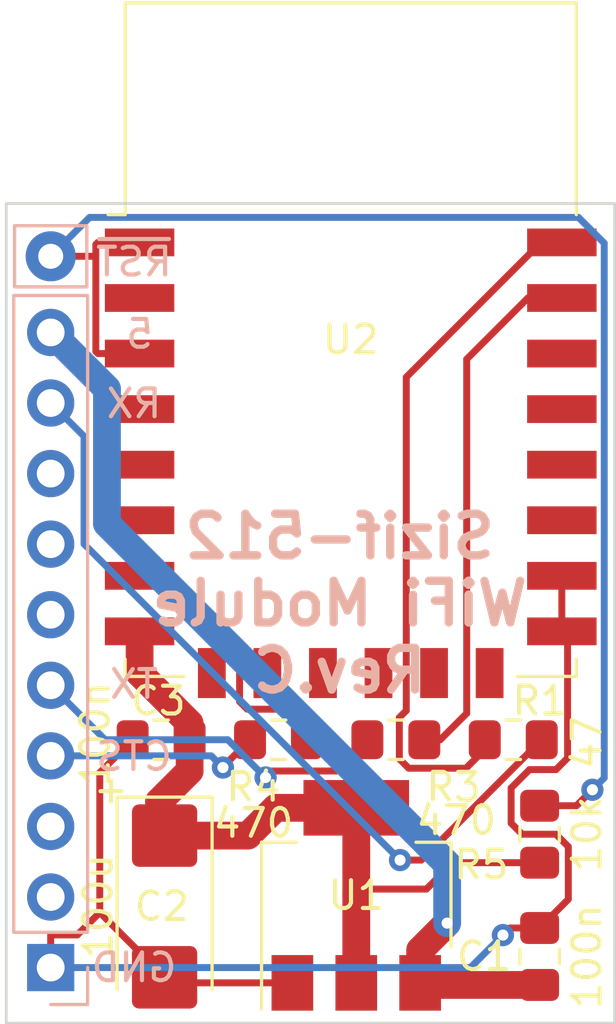
<source format=kicad_pcb>
(kicad_pcb (version 20171130) (host pcbnew "(5.1.12)-1")

  (general
    (thickness 1.6)
    (drawings 7)
    (tracks 116)
    (zones 0)
    (modules 11)
    (nets 11)
  )

  (page A4)
  (title_block
    (title "WiFi module for SIZIF-512")
    (date 2020-11-26)
    (rev C)
  )

  (layers
    (0 F.Cu signal)
    (31 B.Cu signal)
    (32 B.Adhes user hide)
    (33 F.Adhes user hide)
    (34 B.Paste user hide)
    (35 F.Paste user hide)
    (36 B.SilkS user hide)
    (37 F.SilkS user hide)
    (38 B.Mask user hide)
    (39 F.Mask user hide)
    (40 Dwgs.User user hide)
    (41 Cmts.User user hide)
    (42 Eco1.User user hide)
    (43 Eco2.User user hide)
    (44 Edge.Cuts user)
    (45 Margin user hide)
    (46 B.CrtYd user hide)
    (47 F.CrtYd user hide)
    (48 B.Fab user hide)
    (49 F.Fab user hide)
  )

  (setup
    (last_trace_width 0.25)
    (user_trace_width 0.25)
    (user_trace_width 1)
    (trace_clearance 0.2)
    (zone_clearance 0.508)
    (zone_45_only no)
    (trace_min 0.2)
    (via_size 0.8)
    (via_drill 0.4)
    (via_min_size 0.4)
    (via_min_drill 0.3)
    (uvia_size 0.3)
    (uvia_drill 0.1)
    (uvias_allowed no)
    (uvia_min_size 0.2)
    (uvia_min_drill 0.1)
    (edge_width 0.05)
    (segment_width 0.2)
    (pcb_text_width 0.3)
    (pcb_text_size 1.5 1.5)
    (mod_edge_width 0.12)
    (mod_text_size 1 1)
    (mod_text_width 0.15)
    (pad_size 1.524 1.524)
    (pad_drill 0.762)
    (pad_to_mask_clearance 0.051)
    (solder_mask_min_width 0.25)
    (aux_axis_origin 0 0)
    (visible_elements 7FFFFFFF)
    (pcbplotparams
      (layerselection 0x010f0_ffffffff)
      (usegerberextensions false)
      (usegerberattributes false)
      (usegerberadvancedattributes false)
      (creategerberjobfile false)
      (excludeedgelayer true)
      (linewidth 0.100000)
      (plotframeref false)
      (viasonmask false)
      (mode 1)
      (useauxorigin false)
      (hpglpennumber 1)
      (hpglpenspeed 20)
      (hpglpendiameter 15.000000)
      (psnegative false)
      (psa4output false)
      (plotreference true)
      (plotvalue true)
      (plotinvisibletext false)
      (padsonsilk true)
      (subtractmaskfromsilk false)
      (outputformat 1)
      (mirror false)
      (drillshape 0)
      (scaleselection 1)
      (outputdirectory "out/gerber/"))
  )

  (net 0 "")
  (net 1 GND)
  (net 2 +5V)
  (net 3 +3V3)
  (net 4 RX)
  (net 5 TX)
  (net 6 CTS)
  (net 7 "Net-(R1-Pad1)")
  (net 8 "Net-(R3-Pad1)")
  (net 9 "Net-(R4-Pad1)")
  (net 10 "Net-(R5-Pad1)")

  (net_class Default "This is the default net class."
    (clearance 0.2)
    (trace_width 0.25)
    (via_dia 0.8)
    (via_drill 0.4)
    (uvia_dia 0.3)
    (uvia_drill 0.1)
    (add_net +3V3)
    (add_net +5V)
    (add_net CTS)
    (add_net GND)
    (add_net "Net-(R1-Pad1)")
    (add_net "Net-(R3-Pad1)")
    (add_net "Net-(R4-Pad1)")
    (add_net "Net-(R5-Pad1)")
    (add_net RX)
    (add_net TX)
  )

  (module Connector_Pin:Pin_D0.9mm_L10.0mm_W2.4mm_FlatFork (layer B.Cu) (tedit 5A1DC084) (tstamp 5F76C144)
    (at 138.8 83.6)
    (descr "solder Pin_ with flat fork, hole diameter 0.9mm, length 10.0mm, width 2.4mm")
    (tags "solder Pin_ with flat fork")
    (path /5EA48AE7)
    (fp_text reference TP1 (at 0 -1.95) (layer B.SilkS) hide
      (effects (font (size 1 1) (thickness 0.15)) (justify mirror))
    )
    (fp_text value TestPoint (at 0 2.05) (layer B.Fab) hide
      (effects (font (size 1 1) (thickness 0.15)) (justify mirror))
    )
    (fp_line (start 1.7 -1.4) (end -1.7 -1.4) (layer B.CrtYd) (width 0.05))
    (fp_line (start 1.7 -1.4) (end 1.7 1.4) (layer B.CrtYd) (width 0.05))
    (fp_line (start -1.7 1.4) (end -1.7 -1.4) (layer B.CrtYd) (width 0.05))
    (fp_line (start -1.7 1.4) (end 1.7 1.4) (layer B.CrtYd) (width 0.05))
    (fp_line (start 1.2 0.25) (end -1.2 0.25) (layer B.Fab) (width 0.12))
    (fp_line (start 1.2 -0.25) (end 1.2 0.25) (layer B.Fab) (width 0.12))
    (fp_line (start -1.2 -0.25) (end 1.2 -0.25) (layer B.Fab) (width 0.12))
    (fp_line (start -1.2 0.25) (end -1.2 -0.25) (layer B.Fab) (width 0.12))
    (fp_line (start 1.3 1.1) (end -1.3 1.1) (layer B.SilkS) (width 0.12))
    (fp_line (start 1.3 -1.1) (end 1.3 1.1) (layer B.SilkS) (width 0.12))
    (fp_line (start -1.3 -1.1) (end 1.3 -1.1) (layer B.SilkS) (width 0.12))
    (fp_line (start -1.3 -0.6) (end -1.3 -1.1) (layer B.SilkS) (width 0.12))
    (fp_line (start -1.3 1.1) (end -1.3 -0.6) (layer B.SilkS) (width 0.12))
    (fp_text user %R (at 0 -1.95) (layer B.Fab) hide
      (effects (font (size 1 1) (thickness 0.15)) (justify mirror))
    )
    (fp_text user ~RST (at 3 0.2) (layer B.SilkS)
      (effects (font (size 1 1) (thickness 0.15)) (justify mirror))
    )
    (pad 1 thru_hole circle (at 0 0) (size 1.8 1.8) (drill 0.9) (layers *.Cu *.Mask)
      (net 10 "Net-(R5-Pad1)"))
  )

  (module Connector_PinSocket_2.54mm:PinSocket_1x10_P2.54mm_Vertical (layer B.Cu) (tedit 5A19A425) (tstamp 5F76AB1E)
    (at 138.8 109.2)
    (descr "Through hole straight socket strip, 1x10, 2.54mm pitch, single row (from Kicad 4.0.7), script generated")
    (tags "Through hole socket strip THT 1x10 2.54mm single row")
    (path /5EA42390)
    (fp_text reference J1 (at 2.6 -12 180) (layer B.SilkS) hide
      (effects (font (size 1 1) (thickness 0.15)) (justify mirror))
    )
    (fp_text value Conn_01x10 (at 6.2 -12.6 180) (layer B.Fab)
      (effects (font (size 1 1) (thickness 0.15)) (justify mirror))
    )
    (fp_line (start -1.8 -24.6) (end -1.8 1.8) (layer B.CrtYd) (width 0.05))
    (fp_line (start 1.75 -24.6) (end -1.8 -24.6) (layer B.CrtYd) (width 0.05))
    (fp_line (start 1.75 1.8) (end 1.75 -24.6) (layer B.CrtYd) (width 0.05))
    (fp_line (start -1.8 1.8) (end 1.75 1.8) (layer B.CrtYd) (width 0.05))
    (fp_line (start 0 1.33) (end 1.33 1.33) (layer B.SilkS) (width 0.12))
    (fp_line (start 1.33 1.33) (end 1.33 0) (layer B.SilkS) (width 0.12))
    (fp_line (start 1.33 -1.27) (end 1.33 -24.19) (layer B.SilkS) (width 0.12))
    (fp_line (start -1.33 -24.19) (end 1.33 -24.19) (layer B.SilkS) (width 0.12))
    (fp_line (start -1.33 -1.27) (end -1.33 -24.19) (layer B.SilkS) (width 0.12))
    (fp_line (start -1.33 -1.27) (end 1.33 -1.27) (layer B.SilkS) (width 0.12))
    (fp_line (start -1.27 -24.13) (end -1.27 1.27) (layer B.Fab) (width 0.1))
    (fp_line (start 1.27 -24.13) (end -1.27 -24.13) (layer B.Fab) (width 0.1))
    (fp_line (start 1.27 0.635) (end 1.27 -24.13) (layer B.Fab) (width 0.1))
    (fp_line (start 0.635 1.27) (end 1.27 0.635) (layer B.Fab) (width 0.1))
    (fp_line (start -1.27 1.27) (end 0.635 1.27) (layer B.Fab) (width 0.1))
    (fp_text user GND (at 3 0) (layer B.SilkS)
      (effects (font (size 1 1) (thickness 0.15)) (justify mirror))
    )
    (fp_text user CTS (at 3 -7.6) (layer B.SilkS)
      (effects (font (size 1 1) (thickness 0.15)) (justify mirror))
    )
    (fp_text user TX (at 3 -10.2) (layer B.SilkS)
      (effects (font (size 1 1) (thickness 0.15)) (justify mirror))
    )
    (fp_text user RX (at 3 -20.3) (layer B.SilkS)
      (effects (font (size 1 1) (thickness 0.15)) (justify mirror))
    )
    (fp_text user 5 (at 3.2 -22.8) (layer B.SilkS)
      (effects (font (size 1 1) (thickness 0.15)) (justify mirror))
    )
    (fp_text user %R (at 0 -11.43) (layer B.SilkS) hide
      (effects (font (size 1 1) (thickness 0.15)) (justify mirror))
    )
    (pad 10 thru_hole oval (at 0 -22.86) (size 1.7 1.7) (drill 1) (layers *.Cu *.Mask)
      (net 2 +5V))
    (pad 9 thru_hole oval (at 0 -20.32) (size 1.7 1.7) (drill 1) (layers *.Cu *.Mask)
      (net 4 RX))
    (pad 8 thru_hole oval (at 0 -17.78) (size 1.7 1.7) (drill 1) (layers *.Cu *.Mask))
    (pad 7 thru_hole oval (at 0 -15.24) (size 1.7 1.7) (drill 1) (layers *.Cu *.Mask))
    (pad 6 thru_hole oval (at 0 -12.7) (size 1.7 1.7) (drill 1) (layers *.Cu *.Mask))
    (pad 5 thru_hole oval (at 0 -10.16) (size 1.7 1.7) (drill 1) (layers *.Cu *.Mask)
      (net 5 TX))
    (pad 4 thru_hole oval (at 0 -7.62) (size 1.7 1.7) (drill 1) (layers *.Cu *.Mask)
      (net 6 CTS))
    (pad 3 thru_hole oval (at 0 -5.08) (size 1.7 1.7) (drill 1) (layers *.Cu *.Mask))
    (pad 2 thru_hole oval (at 0 -2.54) (size 1.7 1.7) (drill 1) (layers *.Cu *.Mask))
    (pad 1 thru_hole rect (at 0 0) (size 1.7 1.7) (drill 1) (layers *.Cu *.Mask)
      (net 1 GND))
    (model ${KISYS3DMOD}/Connector_PinSocket_2.54mm.3dshapes/PinSocket_1x10_P2.54mm_Vertical.wrl
      (at (xyz 0 0 0))
      (scale (xyz 1 1 1))
      (rotate (xyz 0 0 0))
    )
  )

  (module Capacitor_Tantalum_SMD:CP_EIA-6032-15_Kemet-U_Pad2.25x2.35mm_HandSolder (layer F.Cu) (tedit 5B301BBE) (tstamp 5F76DE30)
    (at 142.9 107 270)
    (descr "Tantalum Capacitor SMD Kemet-U (6032-15 Metric), IPC_7351 nominal, (Body size from: http://www.kemet.com/Lists/ProductCatalog/Attachments/253/KEM_TC101_STD.pdf), generated with kicad-footprint-generator")
    (tags "capacitor tantalum")
    (path /5EA5028B)
    (attr smd)
    (fp_text reference C2 (at 0 0.1 180) (layer F.SilkS)
      (effects (font (size 1 1) (thickness 0.15)))
    )
    (fp_text value 100u (at 0 3.7 180) (layer F.Fab)
      (effects (font (size 1 1) (thickness 0.15)))
    )
    (fp_line (start 3 -1.6) (end -2.2 -1.6) (layer F.Fab) (width 0.1))
    (fp_line (start -2.2 -1.6) (end -3 -0.8) (layer F.Fab) (width 0.1))
    (fp_line (start -3 -0.8) (end -3 1.6) (layer F.Fab) (width 0.1))
    (fp_line (start -3 1.6) (end 3 1.6) (layer F.Fab) (width 0.1))
    (fp_line (start 3 1.6) (end 3 -1.6) (layer F.Fab) (width 0.1))
    (fp_line (start 3 -1.71) (end -3.935 -1.71) (layer F.SilkS) (width 0.12))
    (fp_line (start -3.935 -1.71) (end -3.935 1.71) (layer F.SilkS) (width 0.12))
    (fp_line (start -3.935 1.71) (end 3 1.71) (layer F.SilkS) (width 0.12))
    (fp_line (start -3.92 1.85) (end -3.92 -1.85) (layer F.CrtYd) (width 0.05))
    (fp_line (start -3.92 -1.85) (end 3.92 -1.85) (layer F.CrtYd) (width 0.05))
    (fp_line (start 3.92 -1.85) (end 3.92 1.85) (layer F.CrtYd) (width 0.05))
    (fp_line (start 3.92 1.85) (end -3.92 1.85) (layer F.CrtYd) (width 0.05))
    (fp_text user %R (at 0 0 180) (layer F.Fab)
      (effects (font (size 1 1) (thickness 0.15)))
    )
    (fp_text user + (at -4.15 2 270) (layer F.SilkS)
      (effects (font (size 1 1) (thickness 0.15)))
    )
    (fp_text user %V (at 0 2.4 270) (layer F.SilkS)
      (effects (font (size 1 1) (thickness 0.15)))
    )
    (pad 1 smd roundrect (at -2.55 0 270) (size 2.25 2.35) (layers F.Cu F.Paste F.Mask) (roundrect_rratio 0.111111)
      (net 3 +3V3))
    (pad 2 smd roundrect (at 2.55 0 270) (size 2.25 2.35) (layers F.Cu F.Paste F.Mask) (roundrect_rratio 0.111111)
      (net 1 GND))
    (model ${KISYS3DMOD}/Capacitor_Tantalum_SMD.3dshapes/CP_EIA-6032-15_Kemet-U.wrl
      (at (xyz 0 0 0))
      (scale (xyz 1 1 1))
      (rotate (xyz 0 0 0))
    )
  )

  (module RF_Module:ESP-12E (layer F.Cu) (tedit 5A030172) (tstamp 5F762BBF)
    (at 149.6 86.6)
    (descr "Wi-Fi Module, http://wiki.ai-thinker.com/_media/esp8266/docs/aithinker_esp_12f_datasheet_en.pdf")
    (tags "Wi-Fi Module")
    (path /5EA6B089)
    (attr smd)
    (fp_text reference U2 (at 0 0) (layer F.SilkS)
      (effects (font (size 1 1) (thickness 0.15)))
    )
    (fp_text value ESP-12E (at 0 1.5) (layer F.Fab)
      (effects (font (size 1 1) (thickness 0.15)))
    )
    (fp_line (start -8 -12) (end 8 -12) (layer F.Fab) (width 0.12))
    (fp_line (start 8 -12) (end 8 12) (layer F.Fab) (width 0.12))
    (fp_line (start 8 12) (end -8 12) (layer F.Fab) (width 0.12))
    (fp_line (start -8 12) (end -8 -3) (layer F.Fab) (width 0.12))
    (fp_line (start -8 -3) (end -7.5 -3.5) (layer F.Fab) (width 0.12))
    (fp_line (start -7.5 -3.5) (end -8 -4) (layer F.Fab) (width 0.12))
    (fp_line (start -8 -4) (end -8 -12) (layer F.Fab) (width 0.12))
    (fp_line (start -9.05 -12.2) (end 9.05 -12.2) (layer F.CrtYd) (width 0.05))
    (fp_line (start 9.05 -12.2) (end 9.05 13.1) (layer F.CrtYd) (width 0.05))
    (fp_line (start 9.05 13.1) (end -9.05 13.1) (layer F.CrtYd) (width 0.05))
    (fp_line (start -9.05 13.1) (end -9.05 -12.2) (layer F.CrtYd) (width 0.05))
    (fp_line (start -8.12 -12.12) (end 8.12 -12.12) (layer F.SilkS) (width 0.12))
    (fp_line (start 8.12 -12.12) (end 8.12 -4.5) (layer F.SilkS) (width 0.12))
    (fp_line (start 8.12 11.5) (end 8.12 12.12) (layer F.SilkS) (width 0.12))
    (fp_line (start 8.12 12.12) (end 6 12.12) (layer F.SilkS) (width 0.12))
    (fp_line (start -6 12.12) (end -8.12 12.12) (layer F.SilkS) (width 0.12))
    (fp_line (start -8.12 12.12) (end -8.12 11.5) (layer F.SilkS) (width 0.12))
    (fp_line (start -8.12 -4.5) (end -8.12 -12.12) (layer F.SilkS) (width 0.12))
    (fp_line (start -8.12 -4.5) (end -8.73 -4.5) (layer F.SilkS) (width 0.12))
    (fp_line (start -8.12 -12.12) (end 8.12 -12.12) (layer Dwgs.User) (width 0.12))
    (fp_line (start 8.12 -12.12) (end 8.12 -4.8) (layer Dwgs.User) (width 0.12))
    (fp_line (start 8.12 -4.8) (end -8.12 -4.8) (layer Dwgs.User) (width 0.12))
    (fp_line (start -8.12 -4.8) (end -8.12 -12.12) (layer Dwgs.User) (width 0.12))
    (fp_line (start -8.12 -9.12) (end -5.12 -12.12) (layer Dwgs.User) (width 0.12))
    (fp_line (start -8.12 -6.12) (end -2.12 -12.12) (layer Dwgs.User) (width 0.12))
    (fp_line (start -6.44 -4.8) (end 0.88 -12.12) (layer Dwgs.User) (width 0.12))
    (fp_line (start -3.44 -4.8) (end 3.88 -12.12) (layer Dwgs.User) (width 0.12))
    (fp_line (start -0.44 -4.8) (end 6.88 -12.12) (layer Dwgs.User) (width 0.12))
    (fp_line (start 2.56 -4.8) (end 8.12 -10.36) (layer Dwgs.User) (width 0.12))
    (fp_line (start 5.56 -4.8) (end 8.12 -7.36) (layer Dwgs.User) (width 0.12))
    (fp_text user Antenna (at -0.06 -7 180) (layer Cmts.User)
      (effects (font (size 1 1) (thickness 0.15)))
    )
    (fp_text user "KEEP-OUT ZONE" (at 0.03 -9.55 180) (layer Cmts.User)
      (effects (font (size 1 1) (thickness 0.15)))
    )
    (fp_text user %R (at 0 -0.7) (layer F.Fab)
      (effects (font (size 1 1) (thickness 0.15)))
    )
    (pad 1 smd rect (at -7.6 -3.5) (size 2.5 1) (layers F.Cu F.Paste F.Mask)
      (net 10 "Net-(R5-Pad1)"))
    (pad 2 smd rect (at -7.6 -1.5) (size 2.5 1) (layers F.Cu F.Paste F.Mask))
    (pad 3 smd rect (at -7.6 0.5) (size 2.5 1) (layers F.Cu F.Paste F.Mask)
      (net 10 "Net-(R5-Pad1)"))
    (pad 4 smd rect (at -7.6 2.5) (size 2.5 1) (layers F.Cu F.Paste F.Mask))
    (pad 5 smd rect (at -7.6 4.5) (size 2.5 1) (layers F.Cu F.Paste F.Mask))
    (pad 6 smd rect (at -7.6 6.5) (size 2.5 1) (layers F.Cu F.Paste F.Mask))
    (pad 7 smd rect (at -7.6 8.5) (size 2.5 1) (layers F.Cu F.Paste F.Mask)
      (net 9 "Net-(R4-Pad1)"))
    (pad 8 smd rect (at -7.6 10.5) (size 2.5 1) (layers F.Cu F.Paste F.Mask)
      (net 3 +3V3))
    (pad 9 smd rect (at -5 12) (size 1 1.8) (layers F.Cu F.Paste F.Mask))
    (pad 10 smd rect (at -3 12) (size 1 1.8) (layers F.Cu F.Paste F.Mask))
    (pad 11 smd rect (at -1 12) (size 1 1.8) (layers F.Cu F.Paste F.Mask))
    (pad 12 smd rect (at 1 12) (size 1 1.8) (layers F.Cu F.Paste F.Mask))
    (pad 13 smd rect (at 3 12) (size 1 1.8) (layers F.Cu F.Paste F.Mask))
    (pad 14 smd rect (at 5 12) (size 1 1.8) (layers F.Cu F.Paste F.Mask))
    (pad 15 smd rect (at 7.6 10.5) (size 2.5 1) (layers F.Cu F.Paste F.Mask)
      (net 1 GND))
    (pad 16 smd rect (at 7.6 8.5) (size 2.5 1) (layers F.Cu F.Paste F.Mask)
      (net 1 GND))
    (pad 17 smd rect (at 7.6 6.5) (size 2.5 1) (layers F.Cu F.Paste F.Mask))
    (pad 18 smd rect (at 7.6 4.5) (size 2.5 1) (layers F.Cu F.Paste F.Mask))
    (pad 19 smd rect (at 7.6 2.5) (size 2.5 1) (layers F.Cu F.Paste F.Mask))
    (pad 20 smd rect (at 7.6 0.5) (size 2.5 1) (layers F.Cu F.Paste F.Mask))
    (pad 21 smd rect (at 7.6 -1.5) (size 2.5 1) (layers F.Cu F.Paste F.Mask)
      (net 8 "Net-(R3-Pad1)"))
    (pad 22 smd rect (at 7.6 -3.5) (size 2.5 1) (layers F.Cu F.Paste F.Mask)
      (net 7 "Net-(R1-Pad1)"))
    (model ${KISYS3DMOD}/RF_Module.3dshapes/ESP-12E.wrl
      (at (xyz 0 0 0))
      (scale (xyz 1 1 1))
      (rotate (xyz 0 0 0))
    )
    (model ${MYLIBPATH}/kicad-ESP8266/ESP8266.3dshapes/ESP-12-E-better.wrl
      (offset (xyz -7 3.5 0))
      (scale (xyz 1 1 1))
      (rotate (xyz 0 0 0))
    )
  )

  (module Capacitor_SMD:C_0805_2012Metric_Pad1.15x1.40mm_HandSolder (layer F.Cu) (tedit 5B36C52B) (tstamp 5FBF8BCC)
    (at 151.225 101 180)
    (descr "Capacitor SMD 0805 (2012 Metric), square (rectangular) end terminal, IPC_7351 nominal with elongated pad for handsoldering. (Body size source: https://docs.google.com/spreadsheets/d/1BsfQQcO9C6DZCsRaXUlFlo91Tg2WpOkGARC1WS5S8t0/edit?usp=sharing), generated with kicad-footprint-generator")
    (tags "capacitor handsolder")
    (path /5EA5B3D0)
    (attr smd)
    (fp_text reference R3 (at -2.075 -1.7) (layer F.SilkS)
      (effects (font (size 1 1) (thickness 0.15)))
    )
    (fp_text value 470 (at 0.025 -1.4) (layer F.Fab)
      (effects (font (size 1 1) (thickness 0.15)))
    )
    (fp_line (start -1 0.6) (end -1 -0.6) (layer F.Fab) (width 0.1))
    (fp_line (start -1 -0.6) (end 1 -0.6) (layer F.Fab) (width 0.1))
    (fp_line (start 1 -0.6) (end 1 0.6) (layer F.Fab) (width 0.1))
    (fp_line (start 1 0.6) (end -1 0.6) (layer F.Fab) (width 0.1))
    (fp_line (start -0.261252 -0.71) (end 0.261252 -0.71) (layer F.SilkS) (width 0.12))
    (fp_line (start -0.261252 0.71) (end 0.261252 0.71) (layer F.SilkS) (width 0.12))
    (fp_line (start -1.85 0.95) (end -1.85 -0.95) (layer F.CrtYd) (width 0.05))
    (fp_line (start -1.85 -0.95) (end 1.85 -0.95) (layer F.CrtYd) (width 0.05))
    (fp_line (start 1.85 -0.95) (end 1.85 0.95) (layer F.CrtYd) (width 0.05))
    (fp_line (start 1.85 0.95) (end -1.85 0.95) (layer F.CrtYd) (width 0.05))
    (fp_text user %R (at 0 0) (layer F.Fab)
      (effects (font (size 0.5 0.5) (thickness 0.08)))
    )
    (fp_text user %V (at -2.175 -2.9 180) (layer F.SilkS)
      (effects (font (size 1 1) (thickness 0.15)))
    )
    (pad 1 smd roundrect (at -1.025 0 180) (size 1.15 1.4) (layers F.Cu F.Paste F.Mask) (roundrect_rratio 0.217391)
      (net 8 "Net-(R3-Pad1)"))
    (pad 2 smd roundrect (at 1.025 0 180) (size 1.15 1.4) (layers F.Cu F.Paste F.Mask) (roundrect_rratio 0.217391)
      (net 5 TX))
    (model ${KISYS3DMOD}/Capacitor_SMD.3dshapes/C_0805_2012Metric.wrl
      (at (xyz 0 0 0))
      (scale (xyz 1 1 1))
      (rotate (xyz 0 0 0))
    )
  )

  (module Package_TO_SOT_SMD:SOT-223-3_TabPin2 (layer F.Cu) (tedit 5A02FF57) (tstamp 5FBFA151)
    (at 149.8 106.6 90)
    (descr "module CMS SOT223 4 pins")
    (tags "CMS SOT")
    (path /5EA457DB)
    (attr smd)
    (fp_text reference U1 (at 0 0 180) (layer F.SilkS)
      (effects (font (size 1 1) (thickness 0.15)))
    )
    (fp_text value AMS1117-3.3 (at -5.4 0 180) (layer F.Fab)
      (effects (font (size 1 1) (thickness 0.15)))
    )
    (fp_line (start 1.91 3.41) (end 1.91 2.15) (layer F.SilkS) (width 0.12))
    (fp_line (start 1.91 -3.41) (end 1.91 -2.15) (layer F.SilkS) (width 0.12))
    (fp_line (start 4.4 -3.6) (end -4.4 -3.6) (layer F.CrtYd) (width 0.05))
    (fp_line (start 4.4 3.6) (end 4.4 -3.6) (layer F.CrtYd) (width 0.05))
    (fp_line (start -4.4 3.6) (end 4.4 3.6) (layer F.CrtYd) (width 0.05))
    (fp_line (start -4.4 -3.6) (end -4.4 3.6) (layer F.CrtYd) (width 0.05))
    (fp_line (start -1.85 -2.35) (end -0.85 -3.35) (layer F.Fab) (width 0.1))
    (fp_line (start -1.85 -2.35) (end -1.85 3.35) (layer F.Fab) (width 0.1))
    (fp_line (start -1.85 3.41) (end 1.91 3.41) (layer F.SilkS) (width 0.12))
    (fp_line (start -0.85 -3.35) (end 1.85 -3.35) (layer F.Fab) (width 0.1))
    (fp_line (start -4.1 -3.41) (end 1.91 -3.41) (layer F.SilkS) (width 0.12))
    (fp_line (start -1.85 3.35) (end 1.85 3.35) (layer F.Fab) (width 0.1))
    (fp_line (start 1.85 -3.35) (end 1.85 3.35) (layer F.Fab) (width 0.1))
    (fp_text user %R (at 0 0) (layer F.Fab)
      (effects (font (size 0.8 0.8) (thickness 0.12)))
    )
    (pad 2 smd rect (at 3.15 0 90) (size 2 3.8) (layers F.Cu F.Paste F.Mask)
      (net 3 +3V3))
    (pad 2 smd rect (at -3.15 0 90) (size 2 1.5) (layers F.Cu F.Paste F.Mask)
      (net 3 +3V3))
    (pad 3 smd rect (at -3.15 2.3 90) (size 2 1.5) (layers F.Cu F.Paste F.Mask)
      (net 2 +5V))
    (pad 1 smd rect (at -3.15 -2.3 90) (size 2 1.5) (layers F.Cu F.Paste F.Mask)
      (net 1 GND))
    (model ${KISYS3DMOD}/Package_TO_SOT_SMD.3dshapes/SOT-223.wrl
      (at (xyz 0 0 0))
      (scale (xyz 1 1 1))
      (rotate (xyz 0 0 0))
    )
  )

  (module Capacitor_SMD:C_0805_2012Metric_Pad1.15x1.40mm_HandSolder (layer F.Cu) (tedit 5B36C52B) (tstamp 5FBFA49C)
    (at 156.4 104.4 270)
    (descr "Capacitor SMD 0805 (2012 Metric), square (rectangular) end terminal, IPC_7351 nominal with elongated pad for handsoldering. (Body size source: https://docs.google.com/spreadsheets/d/1BsfQQcO9C6DZCsRaXUlFlo91Tg2WpOkGARC1WS5S8t0/edit?usp=sharing), generated with kicad-footprint-generator")
    (tags "capacitor handsolder")
    (path /5EA7D23F)
    (attr smd)
    (fp_text reference R5 (at 1.1 2.1 180) (layer F.SilkS)
      (effects (font (size 1 1) (thickness 0.15)))
    )
    (fp_text value 10k (at 0 -2.4 180) (layer F.Fab)
      (effects (font (size 1 1) (thickness 0.15)))
    )
    (fp_line (start 1.85 0.95) (end -1.85 0.95) (layer F.CrtYd) (width 0.05))
    (fp_line (start 1.85 -0.95) (end 1.85 0.95) (layer F.CrtYd) (width 0.05))
    (fp_line (start -1.85 -0.95) (end 1.85 -0.95) (layer F.CrtYd) (width 0.05))
    (fp_line (start -1.85 0.95) (end -1.85 -0.95) (layer F.CrtYd) (width 0.05))
    (fp_line (start -0.261252 0.71) (end 0.261252 0.71) (layer F.SilkS) (width 0.12))
    (fp_line (start -0.261252 -0.71) (end 0.261252 -0.71) (layer F.SilkS) (width 0.12))
    (fp_line (start 1 0.6) (end -1 0.6) (layer F.Fab) (width 0.1))
    (fp_line (start 1 -0.6) (end 1 0.6) (layer F.Fab) (width 0.1))
    (fp_line (start -1 -0.6) (end 1 -0.6) (layer F.Fab) (width 0.1))
    (fp_line (start -1 0.6) (end -1 -0.6) (layer F.Fab) (width 0.1))
    (fp_text user %R (at 0 0 180) (layer F.Fab)
      (effects (font (size 0.5 0.5) (thickness 0.08)))
    )
    (fp_text user %V (at 0 -1.7 90) (layer F.SilkS)
      (effects (font (size 1 1) (thickness 0.15)))
    )
    (pad 2 smd roundrect (at 1.025 0 270) (size 1.15 1.4) (layers F.Cu F.Paste F.Mask) (roundrect_rratio 0.217391)
      (net 3 +3V3))
    (pad 1 smd roundrect (at -1.025 0 270) (size 1.15 1.4) (layers F.Cu F.Paste F.Mask) (roundrect_rratio 0.217391)
      (net 10 "Net-(R5-Pad1)"))
    (model ${KISYS3DMOD}/Capacitor_SMD.3dshapes/C_0805_2012Metric.wrl
      (at (xyz 0 0 0))
      (scale (xyz 1 1 1))
      (rotate (xyz 0 0 0))
    )
  )

  (module Capacitor_SMD:C_0805_2012Metric_Pad1.15x1.40mm_HandSolder (layer F.Cu) (tedit 5B36C52B) (tstamp 5F7625C1)
    (at 147 101 180)
    (descr "Capacitor SMD 0805 (2012 Metric), square (rectangular) end terminal, IPC_7351 nominal with elongated pad for handsoldering. (Body size source: https://docs.google.com/spreadsheets/d/1BsfQQcO9C6DZCsRaXUlFlo91Tg2WpOkGARC1WS5S8t0/edit?usp=sharing), generated with kicad-footprint-generator")
    (tags "capacitor handsolder")
    (path /5EA5A557)
    (attr smd)
    (fp_text reference R4 (at 0.9 -1.7 180) (layer F.SilkS)
      (effects (font (size 1 1) (thickness 0.15)))
    )
    (fp_text value 470 (at 0 -1.4) (layer F.Fab)
      (effects (font (size 1 1) (thickness 0.15)))
    )
    (fp_line (start -1 0.6) (end -1 -0.6) (layer F.Fab) (width 0.1))
    (fp_line (start -1 -0.6) (end 1 -0.6) (layer F.Fab) (width 0.1))
    (fp_line (start 1 -0.6) (end 1 0.6) (layer F.Fab) (width 0.1))
    (fp_line (start 1 0.6) (end -1 0.6) (layer F.Fab) (width 0.1))
    (fp_line (start -0.261252 -0.71) (end 0.261252 -0.71) (layer F.SilkS) (width 0.12))
    (fp_line (start -0.261252 0.71) (end 0.261252 0.71) (layer F.SilkS) (width 0.12))
    (fp_line (start -1.85 0.95) (end -1.85 -0.95) (layer F.CrtYd) (width 0.05))
    (fp_line (start -1.85 -0.95) (end 1.85 -0.95) (layer F.CrtYd) (width 0.05))
    (fp_line (start 1.85 -0.95) (end 1.85 0.95) (layer F.CrtYd) (width 0.05))
    (fp_line (start 1.85 0.95) (end -1.85 0.95) (layer F.CrtYd) (width 0.05))
    (fp_text user %R (at 0 0) (layer F.Fab)
      (effects (font (size 0.5 0.5) (thickness 0.08)))
    )
    (fp_text user %V (at 0.9 -3 180) (layer F.SilkS)
      (effects (font (size 1 1) (thickness 0.15)))
    )
    (pad 1 smd roundrect (at -1.025 0 180) (size 1.15 1.4) (layers F.Cu F.Paste F.Mask) (roundrect_rratio 0.217391)
      (net 9 "Net-(R4-Pad1)"))
    (pad 2 smd roundrect (at 1.025 0 180) (size 1.15 1.4) (layers F.Cu F.Paste F.Mask) (roundrect_rratio 0.217391)
      (net 6 CTS))
    (model ${KISYS3DMOD}/Capacitor_SMD.3dshapes/C_0805_2012Metric.wrl
      (at (xyz 0 0 0))
      (scale (xyz 1 1 1))
      (rotate (xyz 0 0 0))
    )
  )

  (module Capacitor_SMD:C_0805_2012Metric_Pad1.15x1.40mm_HandSolder (layer F.Cu) (tedit 5B36C52B) (tstamp 5F76DFD8)
    (at 155.45 101)
    (descr "Capacitor SMD 0805 (2012 Metric), square (rectangular) end terminal, IPC_7351 nominal with elongated pad for handsoldering. (Body size source: https://docs.google.com/spreadsheets/d/1BsfQQcO9C6DZCsRaXUlFlo91Tg2WpOkGARC1WS5S8t0/edit?usp=sharing), generated with kicad-footprint-generator")
    (tags "capacitor handsolder")
    (path /5EA5B920)
    (attr smd)
    (fp_text reference R1 (at 0.95 -1.4 -180) (layer F.SilkS)
      (effects (font (size 1 1) (thickness 0.15)))
    )
    (fp_text value 47 (at -0.05 1.4 -180) (layer F.Fab)
      (effects (font (size 1 1) (thickness 0.15)))
    )
    (fp_line (start -1 0.6) (end -1 -0.6) (layer F.Fab) (width 0.1))
    (fp_line (start -1 -0.6) (end 1 -0.6) (layer F.Fab) (width 0.1))
    (fp_line (start 1 -0.6) (end 1 0.6) (layer F.Fab) (width 0.1))
    (fp_line (start 1 0.6) (end -1 0.6) (layer F.Fab) (width 0.1))
    (fp_line (start -0.261252 -0.71) (end 0.261252 -0.71) (layer F.SilkS) (width 0.12))
    (fp_line (start -0.261252 0.71) (end 0.261252 0.71) (layer F.SilkS) (width 0.12))
    (fp_line (start -1.85 0.95) (end -1.85 -0.95) (layer F.CrtYd) (width 0.05))
    (fp_line (start -1.85 -0.95) (end 1.85 -0.95) (layer F.CrtYd) (width 0.05))
    (fp_line (start 1.85 -0.95) (end 1.85 0.95) (layer F.CrtYd) (width 0.05))
    (fp_line (start 1.85 0.95) (end -1.85 0.95) (layer F.CrtYd) (width 0.05))
    (fp_text user %R (at 0 0 180) (layer F.Fab)
      (effects (font (size 0.5 0.5) (thickness 0.08)))
    )
    (fp_text user %V (at 2.65 0.1 90) (layer F.SilkS)
      (effects (font (size 1 1) (thickness 0.15)))
    )
    (pad 1 smd roundrect (at -1.025 0) (size 1.15 1.4) (layers F.Cu F.Paste F.Mask) (roundrect_rratio 0.217391)
      (net 7 "Net-(R1-Pad1)"))
    (pad 2 smd roundrect (at 1.025 0) (size 1.15 1.4) (layers F.Cu F.Paste F.Mask) (roundrect_rratio 0.217391)
      (net 4 RX))
    (model ${KISYS3DMOD}/Capacitor_SMD.3dshapes/C_0805_2012Metric.wrl
      (at (xyz 0 0 0))
      (scale (xyz 1 1 1))
      (rotate (xyz 0 0 0))
    )
  )

  (module Capacitor_SMD:C_0805_2012Metric_Pad1.15x1.40mm_HandSolder (layer F.Cu) (tedit 5B36C52B) (tstamp 5FBFA56A)
    (at 142.775 101 180)
    (descr "Capacitor SMD 0805 (2012 Metric), square (rectangular) end terminal, IPC_7351 nominal with elongated pad for handsoldering. (Body size source: https://docs.google.com/spreadsheets/d/1BsfQQcO9C6DZCsRaXUlFlo91Tg2WpOkGARC1WS5S8t0/edit?usp=sharing), generated with kicad-footprint-generator")
    (tags "capacitor handsolder")
    (path /5EA4E735)
    (attr smd)
    (fp_text reference C3 (at 0.1 1.4 180) (layer F.SilkS)
      (effects (font (size 1 1) (thickness 0.15)))
    )
    (fp_text value 100n (at -0.1 -1.4) (layer F.Fab)
      (effects (font (size 1 1) (thickness 0.15)))
    )
    (fp_line (start 1.85 0.95) (end -1.85 0.95) (layer F.CrtYd) (width 0.05))
    (fp_line (start 1.85 -0.95) (end 1.85 0.95) (layer F.CrtYd) (width 0.05))
    (fp_line (start -1.85 -0.95) (end 1.85 -0.95) (layer F.CrtYd) (width 0.05))
    (fp_line (start -1.85 0.95) (end -1.85 -0.95) (layer F.CrtYd) (width 0.05))
    (fp_line (start -0.261252 0.71) (end 0.261252 0.71) (layer F.SilkS) (width 0.12))
    (fp_line (start -0.261252 -0.71) (end 0.261252 -0.71) (layer F.SilkS) (width 0.12))
    (fp_line (start 1 0.6) (end -1 0.6) (layer F.Fab) (width 0.1))
    (fp_line (start 1 -0.6) (end 1 0.6) (layer F.Fab) (width 0.1))
    (fp_line (start -1 -0.6) (end 1 -0.6) (layer F.Fab) (width 0.1))
    (fp_line (start -1 0.6) (end -1 -0.6) (layer F.Fab) (width 0.1))
    (fp_text user %R (at 0 0) (layer F.Fab)
      (effects (font (size 0.5 0.5) (thickness 0.08)))
    )
    (fp_text user %V (at 2.375 0.2 270) (layer F.SilkS)
      (effects (font (size 1 1) (thickness 0.15)))
    )
    (pad 2 smd roundrect (at 1.025 0 180) (size 1.15 1.4) (layers F.Cu F.Paste F.Mask) (roundrect_rratio 0.217391)
      (net 1 GND))
    (pad 1 smd roundrect (at -1.025 0 180) (size 1.15 1.4) (layers F.Cu F.Paste F.Mask) (roundrect_rratio 0.217391)
      (net 3 +3V3))
    (model ${KISYS3DMOD}/Capacitor_SMD.3dshapes/C_0805_2012Metric.wrl
      (at (xyz 0 0 0))
      (scale (xyz 1 1 1))
      (rotate (xyz 0 0 0))
    )
  )

  (module Capacitor_SMD:C_0805_2012Metric_Pad1.15x1.40mm_HandSolder (layer F.Cu) (tedit 5B36C52B) (tstamp 5FBF9EA6)
    (at 156.4 108.8 90)
    (descr "Capacitor SMD 0805 (2012 Metric), square (rectangular) end terminal, IPC_7351 nominal with elongated pad for handsoldering. (Body size source: https://docs.google.com/spreadsheets/d/1BsfQQcO9C6DZCsRaXUlFlo91Tg2WpOkGARC1WS5S8t0/edit?usp=sharing), generated with kicad-footprint-generator")
    (tags "capacitor handsolder")
    (path /5EA5F424)
    (attr smd)
    (fp_text reference C1 (at 0 -2) (layer F.SilkS)
      (effects (font (size 1 1) (thickness 0.15)))
    )
    (fp_text value 100n (at 0 2.9 180) (layer F.Fab)
      (effects (font (size 1 1) (thickness 0.15)))
    )
    (fp_line (start -1 0.6) (end -1 -0.6) (layer F.Fab) (width 0.1))
    (fp_line (start -1 -0.6) (end 1 -0.6) (layer F.Fab) (width 0.1))
    (fp_line (start 1 -0.6) (end 1 0.6) (layer F.Fab) (width 0.1))
    (fp_line (start 1 0.6) (end -1 0.6) (layer F.Fab) (width 0.1))
    (fp_line (start -0.261252 -0.71) (end 0.261252 -0.71) (layer F.SilkS) (width 0.12))
    (fp_line (start -0.261252 0.71) (end 0.261252 0.71) (layer F.SilkS) (width 0.12))
    (fp_line (start -1.85 0.95) (end -1.85 -0.95) (layer F.CrtYd) (width 0.05))
    (fp_line (start -1.85 -0.95) (end 1.85 -0.95) (layer F.CrtYd) (width 0.05))
    (fp_line (start 1.85 -0.95) (end 1.85 0.95) (layer F.CrtYd) (width 0.05))
    (fp_line (start 1.85 0.95) (end -1.85 0.95) (layer F.CrtYd) (width 0.05))
    (fp_text user %R (at 0 0 180) (layer F.Fab)
      (effects (font (size 0.5 0.5) (thickness 0.08)))
    )
    (fp_text user %V (at 0 1.7 90) (layer F.SilkS)
      (effects (font (size 1 1) (thickness 0.15)))
    )
    (pad 1 smd roundrect (at -1.025 0 90) (size 1.15 1.4) (layers F.Cu F.Paste F.Mask) (roundrect_rratio 0.217391)
      (net 2 +5V))
    (pad 2 smd roundrect (at 1.025 0 90) (size 1.15 1.4) (layers F.Cu F.Paste F.Mask) (roundrect_rratio 0.217391)
      (net 1 GND))
    (model ${KISYS3DMOD}/Capacitor_SMD.3dshapes/C_0805_2012Metric.wrl
      (at (xyz 0 0 0))
      (scale (xyz 1 1 1))
      (rotate (xyz 0 0 0))
    )
  )

  (dimension 21.9 (width 0.15) (layer Dwgs.User)
    (gr_text "21.900 mm" (at 148.15 115.1) (layer Dwgs.User)
      (effects (font (size 1 1) (thickness 0.15)))
    )
    (feature1 (pts (xy 159.1 111.2) (xy 159.1 114.386421)))
    (feature2 (pts (xy 137.2 111.2) (xy 137.2 114.386421)))
    (crossbar (pts (xy 137.2 113.8) (xy 159.1 113.8)))
    (arrow1a (pts (xy 159.1 113.8) (xy 157.973496 114.386421)))
    (arrow1b (pts (xy 159.1 113.8) (xy 157.973496 113.213579)))
    (arrow2a (pts (xy 137.2 113.8) (xy 138.326504 114.386421)))
    (arrow2b (pts (xy 137.2 113.8) (xy 138.326504 113.213579)))
  )
  (dimension 29.5 (width 0.15) (layer Dwgs.User)
    (gr_text "29.500 mm" (at 133.2 96.45 90) (layer Dwgs.User)
      (effects (font (size 1 1) (thickness 0.15)))
    )
    (feature1 (pts (xy 137.2 81.7) (xy 133.913579 81.7)))
    (feature2 (pts (xy 137.2 111.2) (xy 133.913579 111.2)))
    (crossbar (pts (xy 134.5 111.2) (xy 134.5 81.7)))
    (arrow1a (pts (xy 134.5 81.7) (xy 135.086421 82.826504)))
    (arrow1b (pts (xy 134.5 81.7) (xy 133.913579 82.826504)))
    (arrow2a (pts (xy 134.5 111.2) (xy 135.086421 110.073496)))
    (arrow2b (pts (xy 134.5 111.2) (xy 133.913579 110.073496)))
  )
  (gr_text "Sizif-512\nWiFi Module\nRev.C" (at 149.2 96.1) (layer B.SilkS) (tstamp 5F762B83)
    (effects (font (size 1.5 1.5) (thickness 0.3)) (justify mirror))
  )
  (gr_line (start 137.2 81.7) (end 159.1 81.7) (layer Edge.Cuts) (width 0.1) (tstamp 5F761FC1))
  (gr_line (start 137.2 111.2) (end 137.2 81.7) (layer Edge.Cuts) (width 0.1))
  (gr_line (start 159.1 111.2) (end 137.2 111.2) (layer Edge.Cuts) (width 0.1))
  (gr_line (start 159.1 81.7) (end 159.1 111.2) (layer Edge.Cuts) (width 0.1))

  (segment (start 140.5671 107.2171) (end 139.7593 108.0249) (width 0.25) (layer F.Cu) (net 1))
  (segment (start 139.7593 108.0249) (end 138.8 108.0249) (width 0.25) (layer F.Cu) (net 1))
  (segment (start 142.9 109.55) (end 140.5671 107.2171) (width 0.25) (layer F.Cu) (net 1))
  (segment (start 141.75 101) (end 140.5671 102.1829) (width 0.25) (layer F.Cu) (net 1))
  (segment (start 140.5671 102.1829) (end 140.5671 107.2171) (width 0.25) (layer F.Cu) (net 1))
  (segment (start 147.5 109.75) (end 143.1 109.75) (width 0.25) (layer F.Cu) (net 1))
  (segment (start 143.1 109.75) (end 142.9 109.55) (width 0.25) (layer F.Cu) (net 1))
  (segment (start 156.4 107.775) (end 155.3351 107.775) (width 0.25) (layer F.Cu) (net 1))
  (segment (start 155.3351 107.775) (end 155.079 108.0311) (width 0.25) (layer F.Cu) (net 1))
  (segment (start 157.2 97.1) (end 157.4061 97.3061) (width 0.25) (layer F.Cu) (net 1))
  (segment (start 157.4061 97.3061) (end 157.4061 101.6575) (width 0.25) (layer F.Cu) (net 1))
  (segment (start 157.4061 101.6575) (end 156.9888 102.0748) (width 0.25) (layer F.Cu) (net 1))
  (segment (start 156.9888 102.0748) (end 156.0369 102.0748) (width 0.25) (layer F.Cu) (net 1))
  (segment (start 156.0369 102.0748) (end 155.3737 102.738) (width 0.25) (layer F.Cu) (net 1))
  (segment (start 155.3737 102.738) (end 155.3737 104.0031) (width 0.25) (layer F.Cu) (net 1))
  (segment (start 155.3737 104.0031) (end 155.7706 104.4) (width 0.25) (layer F.Cu) (net 1))
  (segment (start 155.7706 104.4) (end 156.9851 104.4) (width 0.25) (layer F.Cu) (net 1))
  (segment (start 156.9851 104.4) (end 157.4323 104.8472) (width 0.25) (layer F.Cu) (net 1))
  (segment (start 157.4323 104.8472) (end 157.4323 106.7427) (width 0.25) (layer F.Cu) (net 1))
  (segment (start 157.4323 106.7427) (end 156.4 107.775) (width 0.25) (layer F.Cu) (net 1))
  (segment (start 138.8 109.2) (end 153.9101 109.2) (width 0.25) (layer B.Cu) (net 1))
  (segment (start 153.9101 109.2) (end 155.079 108.0311) (width 0.25) (layer B.Cu) (net 1))
  (segment (start 157.2 95.1) (end 157.2 97.1) (width 0.25) (layer F.Cu) (net 1))
  (segment (start 138.8 109.2) (end 138.8 108.0249) (width 0.25) (layer F.Cu) (net 1))
  (via (at 155.079 108.0311) (size 0.8) (layers F.Cu B.Cu) (net 1))
  (segment (start 138.8 86.34) (end 140.825 88.365) (width 1) (layer B.Cu) (net 2))
  (segment (start 140.825 88.365) (end 140.825 93.225) (width 1) (layer B.Cu) (net 2))
  (segment (start 140.825 93.225) (end 153.071 105.471) (width 1) (layer B.Cu) (net 2))
  (segment (start 153.071 105.471) (end 153.071 107.6) (width 1) (layer B.Cu) (net 2))
  (segment (start 156.4 109.825) (end 152.175 109.825) (width 1) (layer F.Cu) (net 2))
  (segment (start 152.175 109.825) (end 152.1 109.75) (width 1) (layer F.Cu) (net 2))
  (segment (start 152.1 109.75) (end 152.1 108.571) (width 1) (layer F.Cu) (net 2))
  (segment (start 152.1 108.571) (end 153.071 107.6) (width 1) (layer F.Cu) (net 2))
  (via (at 153.071 107.6) (size 0.8) (layers F.Cu B.Cu) (net 2))
  (segment (start 142.7 103.8375) (end 142.9 104.0375) (width 0.25) (layer F.Cu) (net 3))
  (segment (start 142.9 104.0375) (end 142.9 104.45) (width 0.25) (layer F.Cu) (net 3))
  (segment (start 142.7 103.8375) (end 142.7 104.45) (width 1) (layer F.Cu) (net 3))
  (segment (start 143.8 101) (end 143.8 102.125) (width 1) (layer F.Cu) (net 3))
  (segment (start 143.8 102.125) (end 142.7 103.225) (width 1) (layer F.Cu) (net 3))
  (segment (start 142.7 103.225) (end 142.7 103.8375) (width 1) (layer F.Cu) (net 3))
  (segment (start 142 97.1) (end 142 98.6065) (width 1) (layer F.Cu) (net 3))
  (segment (start 142 98.6065) (end 143.8 100.406) (width 1) (layer F.Cu) (net 3))
  (segment (start 143.8 100.406) (end 143.8 101) (width 1) (layer F.Cu) (net 3))
  (segment (start 149.8 106.6) (end 150.025 106.375) (width 0.25) (layer F.Cu) (net 3))
  (segment (start 150.025 106.375) (end 152.325 106.375) (width 0.25) (layer F.Cu) (net 3))
  (segment (start 152.325 106.375) (end 153.275 105.425) (width 0.25) (layer F.Cu) (net 3))
  (segment (start 153.275 105.425) (end 156.4 105.425) (width 0.25) (layer F.Cu) (net 3))
  (segment (start 149.8 103.45) (end 149.8 106.6) (width 1) (layer F.Cu) (net 3))
  (segment (start 149.8 106.6) (end 149.8 109.75) (width 1) (layer F.Cu) (net 3))
  (segment (start 149.8 103.45) (end 146.9 103.45) (width 1) (layer F.Cu) (net 3))
  (segment (start 146.9 103.45) (end 145.9 104.45) (width 1) (layer F.Cu) (net 3))
  (segment (start 145.9 104.45) (end 142.9 104.45) (width 1) (layer F.Cu) (net 3))
  (segment (start 138.8 88.88) (end 140 90.08) (width 0.25) (layer B.Cu) (net 4))
  (segment (start 140 90.08) (end 140 93.9556) (width 0.25) (layer B.Cu) (net 4))
  (segment (start 140 93.9556) (end 150.976 104.931) (width 0.25) (layer B.Cu) (net 4))
  (segment (start 150.976 104.931) (end 151.376 105.331) (width 0.25) (layer B.Cu) (net 4))
  (segment (start 156.475 101) (end 152.144 105.331) (width 0.25) (layer F.Cu) (net 4))
  (segment (start 152.144 105.331) (end 151.376 105.331) (width 0.25) (layer F.Cu) (net 4))
  (via (at 151.376 105.331) (size 0.8) (layers F.Cu B.Cu) (net 4))
  (segment (start 138.8 99.04) (end 140.76 101) (width 0.25) (layer B.Cu) (net 5))
  (segment (start 140.76 101) (end 145.175 101) (width 0.25) (layer B.Cu) (net 5))
  (segment (start 145.175 101) (end 146.534 102.359) (width 0.25) (layer B.Cu) (net 5))
  (segment (start 150.2 101) (end 149.075 102.125) (width 0.25) (layer F.Cu) (net 5))
  (segment (start 149.075 102.125) (end 146.768 102.125) (width 0.25) (layer F.Cu) (net 5))
  (segment (start 146.768 102.125) (end 146.534 102.359) (width 0.25) (layer F.Cu) (net 5))
  (via (at 146.534 102.359) (size 0.8) (layers F.Cu B.Cu) (net 5))
  (segment (start 138.8 101.58) (end 144.58 101.58) (width 0.25) (layer B.Cu) (net 6))
  (segment (start 144.58 101.58) (end 145 102) (width 0.25) (layer B.Cu) (net 6))
  (segment (start 145 102) (end 145 101.975) (width 0.25) (layer F.Cu) (net 6))
  (segment (start 145 101.975) (end 145.975 101) (width 0.25) (layer F.Cu) (net 6))
  (via (at 145 102) (size 0.8) (layers F.Cu B.Cu) (net 6))
  (segment (start 154.425 101.35) (end 154.425 101) (width 0.25) (layer F.Cu) (net 7))
  (segment (start 154.15 101.625) (end 154.425 101.35) (width 0.25) (layer F.Cu) (net 7))
  (segment (start 154.7 101.55) (end 154.625 101.55) (width 0.25) (layer F.Cu) (net 7))
  (segment (start 154.625 101.55) (end 154.425 101.35) (width 0.25) (layer F.Cu) (net 7))
  (segment (start 154.7 101.55) (end 154.75 101.55) (width 0.25) (layer F.Cu) (net 7))
  (segment (start 157.2 83.1) (end 156.45 83.1) (width 0.25) (layer F.Cu) (net 7))
  (segment (start 156.45 83.1) (end 151.6 87.95) (width 0.25) (layer F.Cu) (net 7))
  (segment (start 151.6 87.95) (end 151.6 99.95) (width 0.25) (layer F.Cu) (net 7))
  (segment (start 151.6 99.95) (end 151.35 100.2) (width 0.25) (layer F.Cu) (net 7))
  (segment (start 151.35 100.2) (end 151.35 101.688) (width 0.25) (layer F.Cu) (net 7))
  (segment (start 151.35 101.688) (end 151.687 102.025) (width 0.25) (layer F.Cu) (net 7))
  (segment (start 151.687 102.025) (end 153.75 102.025) (width 0.25) (layer F.Cu) (net 7))
  (segment (start 153.75 102.025) (end 154.15 101.625) (width 0.25) (layer F.Cu) (net 7))
  (segment (start 152.25 101) (end 152.825 101) (width 0.25) (layer F.Cu) (net 8))
  (segment (start 152.825 101) (end 153.775 100.05) (width 0.25) (layer F.Cu) (net 8))
  (segment (start 153.775 100.05) (end 153.775 87.302) (width 0.25) (layer F.Cu) (net 8))
  (segment (start 153.775 87.302) (end 155.977 85.1) (width 0.25) (layer F.Cu) (net 8))
  (segment (start 155.977 85.1) (end 157.2 85.1) (width 0.25) (layer F.Cu) (net 8))
  (segment (start 142 95.1) (end 142.975 95.1) (width 0.25) (layer F.Cu) (net 9))
  (segment (start 142.975 95.1) (end 145.6 97.725) (width 0.25) (layer F.Cu) (net 9))
  (segment (start 145.6 97.725) (end 145.6 99.625) (width 0.25) (layer F.Cu) (net 9))
  (segment (start 145.6 99.625) (end 145.875 99.9) (width 0.25) (layer F.Cu) (net 9))
  (segment (start 145.875 99.9) (end 147.625 99.9) (width 0.25) (layer F.Cu) (net 9))
  (segment (start 147.625 99.9) (end 148.025 100.3) (width 0.25) (layer F.Cu) (net 9))
  (segment (start 148.025 100.3) (end 148.025 101) (width 0.25) (layer F.Cu) (net 9))
  (segment (start 141.25 87.1) (end 142 87.1) (width 0.25) (layer F.Cu) (net 10))
  (segment (start 140.425 83.575) (end 140.425 87.025) (width 0.25) (layer F.Cu) (net 10))
  (segment (start 140.425 87.025) (end 140.5 87.1) (width 0.25) (layer F.Cu) (net 10))
  (segment (start 140.5 87.1) (end 141.25 87.1) (width 0.25) (layer F.Cu) (net 10))
  (segment (start 141.25 83.1) (end 140.5 83.1) (width 0.25) (layer F.Cu) (net 10))
  (segment (start 140.5 83.1) (end 140.425 83.175) (width 0.25) (layer F.Cu) (net 10))
  (segment (start 140.425 83.175) (end 140.425 83.575) (width 0.25) (layer F.Cu) (net 10))
  (segment (start 142 83.1) (end 141.25 83.1) (width 0.25) (layer F.Cu) (net 10))
  (segment (start 158.3 102.8) (end 158.725 102.375) (width 0.25) (layer B.Cu) (net 10))
  (segment (start 158.725 102.375) (end 158.725 83.125) (width 0.25) (layer B.Cu) (net 10))
  (segment (start 158.725 83.125) (end 157.8 82.2) (width 0.25) (layer B.Cu) (net 10))
  (segment (start 157.8 82.2) (end 140.2 82.2) (width 0.25) (layer B.Cu) (net 10))
  (segment (start 140.2 82.2) (end 138.8 83.6) (width 0.25) (layer B.Cu) (net 10))
  (segment (start 156.4 103.375) (end 157.725 103.375) (width 0.25) (layer F.Cu) (net 10))
  (segment (start 157.725 103.375) (end 158.3 102.8) (width 0.25) (layer F.Cu) (net 10))
  (segment (start 138.8 83.6) (end 140.4 83.6) (width 0.25) (layer F.Cu) (net 10))
  (segment (start 140.4 83.6) (end 140.425 83.575) (width 0.25) (layer F.Cu) (net 10))
  (segment (start 142 83.1) (end 141.25 83.1) (width 0.25) (layer F.Cu) (net 10))
  (segment (start 141.25 87.1) (end 142 87.1) (width 0.25) (layer F.Cu) (net 10))
  (via (at 158.3 102.8) (size 0.8) (layers F.Cu B.Cu) (net 10))

)

</source>
